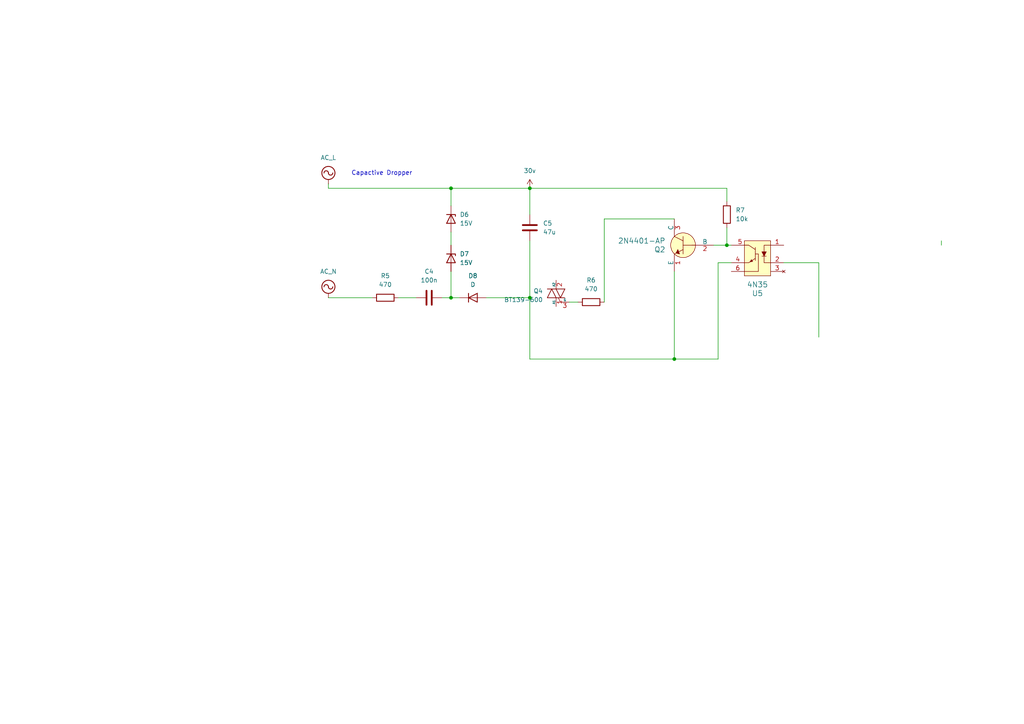
<source format=kicad_sch>
(kicad_sch (version 20231120) (generator "eeschema") (generator_version "8.0")
  (paper "A4")
  (lib_symbols
    (symbol "Device:C" (pin_numbers hide) (pin_names (offset 0.254))
      (property "Reference" "C" (at 0.635 2.54 0))
      (property "Value" "C" (at 0.635 -2.54 0))
      (symbol "C_0_1"
        (polyline (pts (xy -2.032 -0.762) (xy 2.032 -0.762)) (stroke (width 0.508)))
        (polyline (pts (xy -2.032 0.762) (xy 2.032 0.762)) (stroke (width 0.508)))
      )
      (symbol "C_1_1"
        (pin passive line (at 0 3.81 270) (length 2.794) (name "~") (number "1"))
        (pin passive line (at 0 -3.81 90) (length 2.794) (name "~") (number "2"))
      )
    )
    (symbol "Device:D" (pin_numbers hide) (pin_names (offset 1.016) hide)
      (property "Reference" "D" (at 0 2.54 0))
      (property "Value" "D" (at 0 -2.54 0))
      (symbol "D_0_1"
        (polyline (pts (xy -1.27 1.27) (xy -1.27 -1.27)) (stroke (width 0.254)))
        (polyline (pts (xy 1.27 0) (xy -1.27 0)))
        (polyline (pts (xy 1.27 1.27) (xy 1.27 -1.27) (xy -1.27 0) (xy 1.27 1.27)) (stroke (width 0.254)))
      )
      (symbol "D_1_1"
        (pin passive line (at -3.81 0 0) (length 2.54) (name "K") (number "1"))
        (pin passive line (at 3.81 0 180) (length 2.54) (name "A") (number "2"))
      )
    )
    (symbol "Device:D_Zener" (pin_numbers hide) (pin_names (offset 1.016) hide)
      (property "Reference" "D" (at 0 2.54 0))
      (property "Value" "D_Zener" (at 0 -2.54 0))
      (symbol "D_Zener_0_1"
        (polyline (pts (xy 1.27 0) (xy -1.27 0)))
        (polyline (pts (xy -1.27 -1.27) (xy -1.27 1.27) (xy -0.762 1.27)) (stroke (width 0.254)))
        (polyline (pts (xy 1.27 -1.27) (xy 1.27 1.27) (xy -1.27 0) (xy 1.27 -1.27)) (stroke (width 0.254)))
      )
      (symbol "D_Zener_1_1"
        (pin passive line (at -3.81 0 0) (length 2.54) (name "K") (number "1"))
        (pin passive line (at 3.81 0 180) (length 2.54) (name "A") (number "2"))
      )
    )
    (symbol "Device:R" (pin_numbers hide) (pin_names (offset 0))
      (property "Reference" "R" (at 2.032 0 90))
      (property "Value" "R" (at 0 0 90))
      (symbol "R_0_1"
        (rectangle (start -1.016 -2.54) (end 1.016 2.54) (stroke (width 0.254)))
      )
      (symbol "R_1_1"
        (pin passive line (at 0 3.81 270) (length 1.27) (name "~") (number "1"))
        (pin passive line (at 0 -3.81 90) (length 1.27) (name "~") (number "2"))
      )
    )
    (symbol "Triac_Thyristor:BT139-600" (pin_names (offset 0))
      (property "Reference" "Q" (at 5.08 1.905 0))
      (property "Value" "BT139-600" (at 5.08 0 0))
      (symbol "BT139-600_0_1"
        (polyline (pts (xy -2.54 -1.27) (xy 2.54 -1.27)) (stroke (width 0.2032)))
        (polyline (pts (xy -2.54 1.27) (xy 2.54 1.27)) (stroke (width 0.2032)))
        (polyline (pts (xy -1.27 -2.54) (xy -0.635 -1.27)))
        (polyline (pts (xy -2.54 1.27) (xy -1.27 -1.27) (xy 0 1.27)) (stroke (width 0.2032)))
        (polyline (pts (xy 0 -1.27) (xy 1.27 1.27) (xy 2.54 -1.27)) (stroke (width 0.2032)))
      )
      (symbol "BT139-600_1_1"
        (pin passive line (at 0 -3.81 90) (length 2.54) (name "A1") (number "1"))
        (pin passive line (at 0 3.81 270) (length 2.54) (name "A2") (number "2"))
        (pin input line (at -3.81 -2.54 0) (length 2.54) (name "G") (number "3"))
      )
    )
    (symbol "dk_Optoisolators-Transistor-Photovoltaic-Output:4N35" (pin_names (offset 1.016))
      (property "Reference" "U" (at 0 5.08 0))
      (property "Value" "4N35" (at 0 -8.255 0))
      (symbol "4N35_0_1"
        (rectangle (start -3.81 3.81) (end 3.81 -6.35) (fill (type background)))
        (polyline (pts (xy -2.54 -0.635) (xy -1.27 -0.635)))
        (polyline (pts (xy 0.635 1.905) (xy 0.635 -1.905)))
        (polyline (pts (xy -3.81 -2.54) (xy -1.905 -2.54) (xy -1.905 -0.635)))
        (polyline (pts (xy -3.81 2.54) (xy -1.905 2.54) (xy -1.905 0.635)))
        (polyline (pts (xy 0.635 -1.27) (xy 2.54 -2.54) (xy 3.81 -2.54)))
        (polyline (pts (xy 0.635 1.27) (xy 2.54 2.54) (xy 3.81 2.54)))
        (polyline (pts (xy -2.54 0.635) (xy -1.27 0.635) (xy -1.905 -0.635) (xy -2.54 0.635)) (fill (type outline)))
        (polyline (pts (xy 2.159 -2.286) (xy 1.778 -1.651) (xy 1.397 -2.159) (xy 2.159 -2.286)) (fill (type outline)))
        (polyline (pts (xy 3.81 -5.08) (xy -0.254 -5.08) (xy -0.254 0) (xy 0.635 0)))
      )
      (symbol "4N35_1_1"
        (pin passive line (at -7.62 2.54 0) (length 3.81) (name "~") (number "1"))
        (pin passive line (at -7.62 -2.54 0) (length 3.81) (name "~") (number "2"))
        (pin no_connect line (at -7.62 -5.08 0) (length 3.81) (name "~") (number "3"))
        (pin passive line (at 7.62 -2.54 180) (length 3.81) (name "~") (number "4"))
        (pin output line (at 7.62 2.54 180) (length 5.08) (name "~") (number "5"))
        (pin input line (at 7.62 -5.08 180) (length 3.81) (name "~") (number "6"))
      )
    )
    (symbol "dk_Transistors-Bipolar-BJT-Single:2N4401-AP" (pin_names (offset 0))
      (property "Reference" "Q" (at -3.81 3.81 0))
      (property "Value" "2N4401-AP" (at -11.43 -5.08 0))
      (symbol "2N4401-AP_0_1"
        (polyline (pts (xy -3.81 0) (xy -2.54 0)))
        (polyline (pts (xy -3.556 0) (xy 0 0)))
        (polyline (pts (xy 0 -1.27) (xy 2.54 -2.54)))
        (polyline (pts (xy 0 1.27) (xy 2.54 2.54)))
        (polyline (pts (xy 0 2.54) (xy 0 -2.54)))
        (polyline (pts (xy 1.524 -1.27) (xy 2.032 -2.286) (xy 1.016 -2.54) (xy 1.524 -1.27)) (fill (type outline)))
        (circle (center 0 0) (radius 3.5814) (fill (type background)))
      )
      (symbol "2N4401-AP_1_1"
        (pin input line (at 2.54 -7.62 90) (length 5.08) (name "E") (number "1"))
        (pin input line (at -8.89 0 0) (length 5.08) (name "B") (number "2"))
        (pin input line (at 2.54 7.62 270) (length 5.08) (name "C") (number "3"))
      )
    )
    (symbol "power:+5V" (power) (pin_numbers hide) (pin_names (offset 0) hide)
      (property "Value" "+5V" (at 0 3.556 0))
      (symbol "+5V_0_1"
        (polyline (pts (xy -0.762 1.27) (xy 0 2.54)))
        (polyline (pts (xy 0 0) (xy 0 2.54)))
        (polyline (pts (xy 0 2.54) (xy 0.762 1.27)))
      )
      (symbol "+5V_1_1"
        (pin power_in line (at 0 0 90) (length 0) (name "~") (number "1"))
      )
    )
    (symbol "power:AC" (power) (pin_numbers hide) (pin_names (offset 0) hide)
      (property "Value" "AC" (at 0 6.35 0))
      (symbol "AC_0_1"
        (polyline (pts (xy 0 0) (xy 0 1.27)))
        (arc (start 0 3.175) (mid -0.635 3.8073) (end -1.27 3.175) (stroke (width 0.254)))
        (arc (start 0 3.175) (mid 0.635 2.5427) (end 1.27 3.175) (stroke (width 0.254)))
        (circle (center 0 3.175) (radius 1.905) (stroke (width 0.254)))
      )
      (symbol "AC_1_1"
        (pin power_in line (at 0 0 90) (length 0) (name "~") (number "1"))
      )
    )
  )
  (junction (at 153.67 54.61))
  (junction (at 130.81 54.61))
  (junction (at 195.58 104.14))
  (junction (at 153.67 86.36))
  (junction (at 210.82 71.12))
  (junction (at 130.81 86.36))
  (wire (pts (xy 153.67 69.85) (xy 153.67 86.36)))
  (wire (pts (xy 133.35 86.36) (xy 130.81 86.36)))
  (wire (pts (xy 207.01 71.12) (xy 210.82 71.12)))
  (wire (pts (xy 210.82 71.12) (xy 212.09 71.12)))
  (wire (pts (xy 130.81 54.61) (xy 130.81 59.69)))
  (wire (pts (xy 212.09 76.2) (xy 208.28 76.2)))
  (wire (pts (xy 210.82 66.04) (xy 210.82 71.12)))
  (wire (pts (xy 120.65 86.36) (xy 115.57 86.36)))
  (wire (pts (xy 140.97 86.36) (xy 153.67 86.36)))
  (wire (pts (xy 208.28 76.2) (xy 208.28 104.14)))
  (wire (pts (xy 210.82 58.42) (xy 210.82 54.61)))
  (wire (pts (xy 195.58 63.5) (xy 175.26 63.5)))
  (wire (pts (xy 153.67 104.14) (xy 195.58 104.14)))
  (wire (pts (xy 95.25 86.36) (xy 107.95 86.36)))
  (wire (pts (xy 153.67 54.61) (xy 130.81 54.61)))
  (wire (pts (xy 165.1 87.63) (xy 167.64 87.63)))
  (wire (pts (xy 130.81 67.31) (xy 130.81 71.12)))
  (wire (pts (xy 227.33 76.2) (xy 237.49 76.2)))
  (wire (pts (xy 175.26 63.5) (xy 175.26 87.63)))
  (wire (pts (xy 130.81 78.74) (xy 130.81 86.36)))
  (wire (pts (xy 130.81 86.36) (xy 128.27 86.36)))
  (wire (pts (xy 95.25 53.34) (xy 95.25 54.61)))
  (wire (pts (xy 237.49 76.2) (xy 237.49 97.79)))
  (wire (pts (xy 153.67 62.23) (xy 153.67 54.61)))
  (wire (pts (xy 195.58 78.74) (xy 195.58 104.14)))
  (wire (pts (xy 153.67 104.14) (xy 153.67 86.36)))
  (wire (pts (xy 95.25 54.61) (xy 130.81 54.61)))
  (wire (pts (xy 273.05 69.85) (xy 273.05 71.12)))
  (wire (pts (xy 208.28 104.14) (xy 195.58 104.14)))
  (wire (pts (xy 210.82 54.61) (xy 153.67 54.61)))
  (text "Capactive Dropper " (at 111.252 50.292 0) (effects (font (size 1.27 1.27))))
  (symbol (lib_id "dk_Optoisolators-Transistor-Photovoltaic-Output:4N35") (at 219.71 73.66 0) (mirror y) (unit 1)
    (property "Reference" "U5" (at 219.71 85.09 0) (effects (font (size 1.524 1.524))))
    (property "Value" "4N35" (at 219.71 82.55 0) (effects (font (size 1.524 1.524))))
    (property "Footprint" "digikey-footprints:DIP-6_W7.62mm" (effects (hide yes)))
    (property "Datasheet" "http://optoelectronics.liteon.com/upload/download/DS-70-99-0012/4N3X%20Series%201115.pdf" (effects (hide yes)))
    (property "Description" "OPTOISO 3.55KV TRANS W/BASE 6DIP" (effects (hide yes)))
    (property "MPN" "4N35" (effects (hide yes)))
    (property "Category" "Isolators" (effects (hide yes)))
    (property "Family" "Optoisolators - Transistor, Photovoltaic Output" (effects (hide yes)))
    (property "DK_Datasheet_Link" "http://optoelectronics.liteon.com/upload/download/DS-70-99-0012/4N3X%20Series%201115.pdf" (effects (hide yes)))
    (property "DK_Detail_Page" "/product-detail/en/lite-on-inc/4N35/160-1304-5-ND/385766" (effects (hide yes)))
    (property "Description_1" "OPTOISO 3.55KV TRANS W/BASE 6DIP" (effects (hide yes)))
    (property "Manufacturer" "Lite-On Inc." (effects (hide yes)))
    (property "Status" "Active" (effects (hide yes)))
  )
  (symbol (lib_id "Device:R") (at 171.45 87.63 270) (unit 1)
    (property "Reference" "R6" (at 171.45 81.28 90))
    (property "Value" "470" (at 171.45 83.82 90))
    (property "Description" "Resistor" (effects (hide yes)))
  )
  (symbol (lib_id "Device:D_Zener") (at 130.81 74.93 270) (unit 1)
    (property "Reference" "D7" (at 133.35 73.6599 90) (effects (justify left)))
    (property "Value" "15V" (at 133.35 76.1999 90) (effects (justify left)))
    (property "Description" "Zener diode" (effects (hide yes)))
  )
  (symbol (lib_id "Device:C") (at 124.46 86.36 90) (unit 1)
    (property "Reference" "C4" (at 124.46 78.74 90))
    (property "Value" "100n" (at 124.46 81.28 90))
    (property "Description" "Unpolarized capacitor" (effects (hide yes)))
  )
  (symbol (lib_id "dk_Transistors-Bipolar-BJT-Single:2N4401-AP") (at 198.12 71.12 0) (mirror y) (unit 1)
    (property "Reference" "Q2" (at 193.04 72.3901 0) (effects (font (size 1.524 1.524)) (justify left)))
    (property "Value" "2N4401-AP" (at 193.04 69.8501 0) (effects (font (size 1.524 1.524)) (justify left)))
    (property "Footprint" "digikey-footprints:TO-92-3_Formed_Leads" (effects (hide yes)))
    (property "Datasheet" "https://www.mccsemi.com/pdf/Products/2N4401(TO-92).pdf" (effects (hide yes)))
    (property "Description" "TRANS NPN 40V TO92" (effects (hide yes)))
    (property "MPN" "2N4401-AP" (effects (hide yes)))
    (property "Category" "Discrete Semiconductor Products" (effects (hide yes)))
    (property "Family" "Transistors - Bipolar (BJT) - Single" (effects (hide yes)))
    (property "DK_Datasheet_Link" "https://www.mccsemi.com/pdf/Products/2N4401(TO-92).pdf" (effects (hide yes)))
    (property "DK_Detail_Page" "/product-detail/en/micro-commercial-co/2N4401-AP/2N4401-APCT-ND/950593" (effects (hide yes)))
    (property "Description_1" "TRANS NPN 40V TO92" (effects (hide yes)))
    (property "Manufacturer" "Micro Commercial Co" (effects (hide yes)))
    (property "Status" "Active" (effects (hide yes)))
  )
  (symbol (lib_id "Triac_Thyristor:BT139-600") (at 161.29 85.09 0) (mirror y) (unit 1)
    (property "Reference" "Q4" (at 157.48 84.4041 0) (effects (justify left)))
    (property "Value" "BT139-600" (at 157.48 86.9441 0) (effects (justify left)))
    (property "Footprint" "Package_TO_SOT_THT:TO-220-3_Vertical" (effects (hide yes)))
    (property "Datasheet" "https://www.rapidonline.com/pdf/47-3240.pdf" (effects (hide yes)))
    (property "Description" "16A RMS, 600V Off-State Voltage, 4Q Triac, TO-220" (effects (hide yes)))
  )
  (symbol (lib_id "power:AC") (at 95.25 53.34 0) (unit 1)
    (property "Reference" "#PWR015" (effects (hide yes)))
    (property "Value" "AC_L" (at 95.25 45.72 0))
    (property "Description" "Power symbol creates a global label with name \"AC\"" (effects (hide yes)))
  )
  (symbol (lib_id "Device:R") (at 210.82 62.23 0) (unit 1)
    (property "Reference" "R7" (at 213.36 60.9599 0) (effects (justify left)))
    (property "Value" "10k" (at 213.36 63.4999 0) (effects (justify left)))
    (property "Description" "Resistor" (effects (hide yes)))
  )
  (symbol (lib_id "power:+5V") (at 153.67 54.61 0) (unit 1)
    (property "Reference" "#PWR017" (effects (hide yes)))
    (property "Value" "30v" (at 153.67 49.53 0))
    (property "Description" "Power symbol creates a global label with name \"+5V\"" (effects (hide yes)))
  )
  (symbol (lib_id "Device:R") (at 111.76 86.36 90) (unit 1)
    (property "Reference" "R5" (at 111.76 80.01 90))
    (property "Value" "470" (at 111.76 82.55 90))
    (property "Description" "Resistor" (effects (hide yes)))
  )
  (symbol (lib_id "Device:C") (at 153.67 66.04 0) (unit 1)
    (property "Reference" "C5" (at 157.48 64.7699 0) (effects (justify left)))
    (property "Value" "47u" (at 157.48 67.3099 0) (effects (justify left)))
    (property "Description" "Unpolarized capacitor" (effects (hide yes)))
  )
  (symbol (lib_id "Device:D_Zener") (at 130.81 63.5 270) (unit 1)
    (property "Reference" "D6" (at 133.35 62.2299 90) (effects (justify left)))
    (property "Value" "15V" (at 133.35 64.7699 90) (effects (justify left)))
    (property "Description" "Zener diode" (effects (hide yes)))
  )
  (symbol (lib_id "power:AC") (at 95.25 86.36 0) (unit 1)
    (property "Reference" "#PWR016" (effects (hide yes)))
    (property "Value" "AC_N" (at 95.25 78.74 0))
    (property "Description" "Power symbol creates a global label with name \"AC\"" (effects (hide yes)))
  )
  (symbol (lib_id "Device:D") (at 137.16 86.36 0) (unit 1)
    (property "Reference" "D8" (at 137.16 80.01 0))
    (property "Value" "D" (at 137.16 82.55 0))
    (property "Description" "Diode" (effects (hide yes)))
    (property "Sim.Device" "D" (effects (hide yes)))
    (property "Sim.Pins" "1=K 2=A" (effects (hide yes)))
  )
)
</source>
